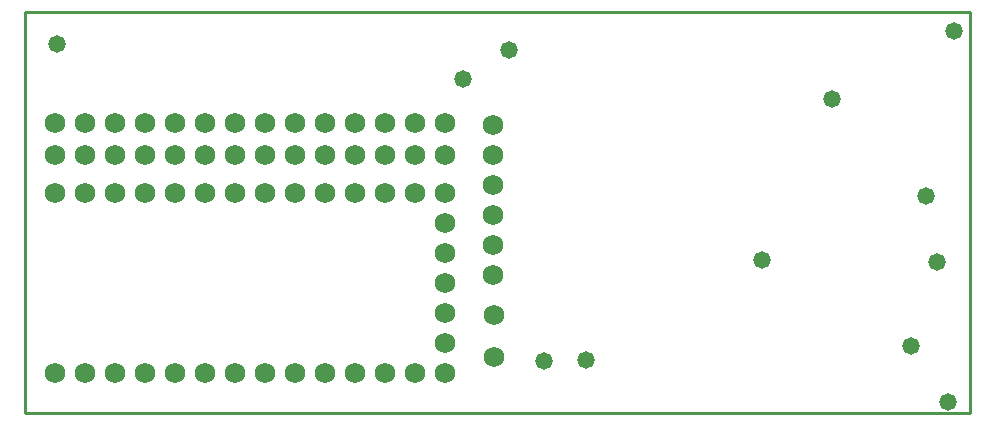
<source format=gbs>
G04*
G04 #@! TF.GenerationSoftware,Altium Limited,Altium Designer,21.7.2 (23)*
G04*
G04 Layer_Color=16711935*
%FSLAX25Y25*%
%MOIN*%
G70*
G04*
G04 #@! TF.SameCoordinates,B8BBB409-1C5D-4E28-8008-B1E3FC97E4F7*
G04*
G04*
G04 #@! TF.FilePolarity,Negative*
G04*
G01*
G75*
%ADD10C,0.01000*%
%ADD38C,0.06902*%
%ADD39C,0.05800*%
D10*
X314961D01*
Y133858D01*
X0D02*
X314961D01*
X0Y0D02*
Y133858D01*
D38*
X109921Y13622D02*
D03*
X9921D02*
D03*
X19921D02*
D03*
X29921D02*
D03*
X39921D02*
D03*
X49921D02*
D03*
X59921D02*
D03*
X69921D02*
D03*
X79921D02*
D03*
X89921D02*
D03*
X99921D02*
D03*
X119921D02*
D03*
X9921Y73622D02*
D03*
X49921D02*
D03*
X59921D02*
D03*
X69921D02*
D03*
X79921D02*
D03*
X89921D02*
D03*
X99921D02*
D03*
X109921D02*
D03*
X119921D02*
D03*
X129921D02*
D03*
X139921Y63622D02*
D03*
Y53622D02*
D03*
Y43622D02*
D03*
Y33622D02*
D03*
Y23622D02*
D03*
X129921Y13622D02*
D03*
X139921D02*
D03*
Y73622D02*
D03*
X19921D02*
D03*
X29921D02*
D03*
X39921D02*
D03*
X155905Y56221D02*
D03*
Y76221D02*
D03*
Y86221D02*
D03*
Y66220D02*
D03*
Y46220D02*
D03*
Y96220D02*
D03*
X156299Y32677D02*
D03*
Y18898D02*
D03*
X120079Y86221D02*
D03*
X40079Y96720D02*
D03*
X30079D02*
D03*
X20079D02*
D03*
X140079D02*
D03*
X130079D02*
D03*
X120079D02*
D03*
X110079D02*
D03*
X100079D02*
D03*
X90079D02*
D03*
X80079D02*
D03*
X70079D02*
D03*
X60079D02*
D03*
X50079D02*
D03*
X10079D02*
D03*
Y86221D02*
D03*
X70079D02*
D03*
X110079D02*
D03*
X60079D02*
D03*
X40079D02*
D03*
X50079D02*
D03*
X30079D02*
D03*
X20079D02*
D03*
X130079D02*
D03*
X100079D02*
D03*
X90079D02*
D03*
X80079D02*
D03*
X140079D02*
D03*
D39*
X146063Y111417D02*
D03*
X172835Y17323D02*
D03*
X295276Y22441D02*
D03*
X268898Y104724D02*
D03*
X300394Y72441D02*
D03*
X309449Y127559D02*
D03*
X307480Y3937D02*
D03*
X303937Y50394D02*
D03*
X187008Y17717D02*
D03*
X245669Y51181D02*
D03*
X161417Y121260D02*
D03*
X10630Y123228D02*
D03*
M02*

</source>
